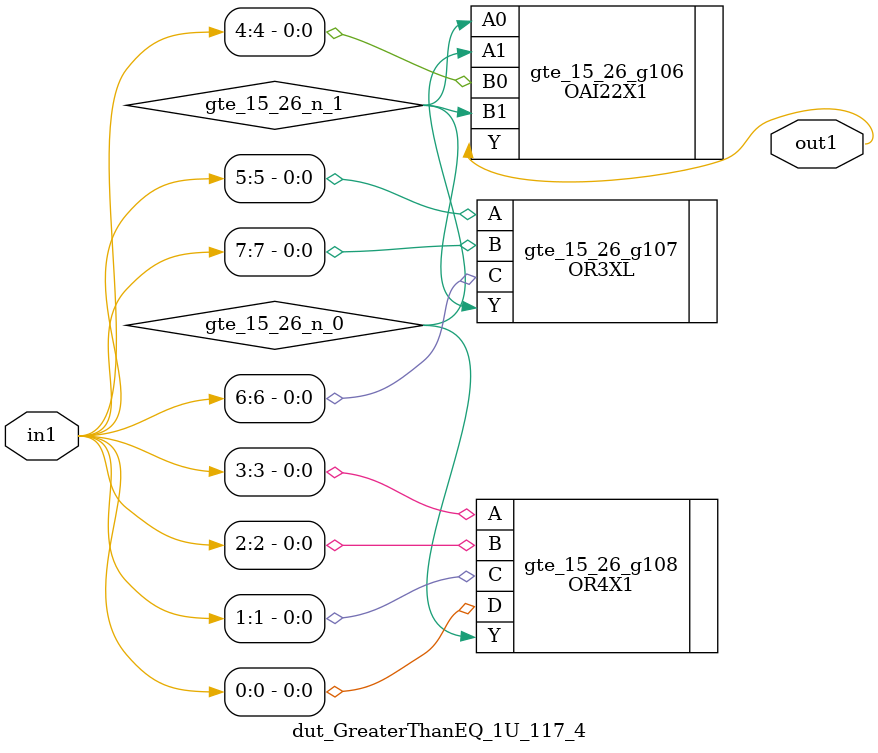
<source format=v>
`timescale 1ps / 1ps


module dut_GreaterThanEQ_1U_117_4(in1, out1);
  input [7:0] in1;
  output out1;
  wire [7:0] in1;
  wire out1;
  wire gte_15_26_n_0, gte_15_26_n_1;
  OAI22X1 gte_15_26_g106(.A0 (gte_15_26_n_1), .A1 (gte_15_26_n_0), .B0
       (in1[4]), .B1 (gte_15_26_n_1), .Y (out1));
  OR3XL gte_15_26_g107(.A (in1[5]), .B (in1[7]), .C (in1[6]), .Y
       (gte_15_26_n_1));
  OR4X1 gte_15_26_g108(.A (in1[3]), .B (in1[2]), .C (in1[1]), .D
       (in1[0]), .Y (gte_15_26_n_0));
endmodule



</source>
